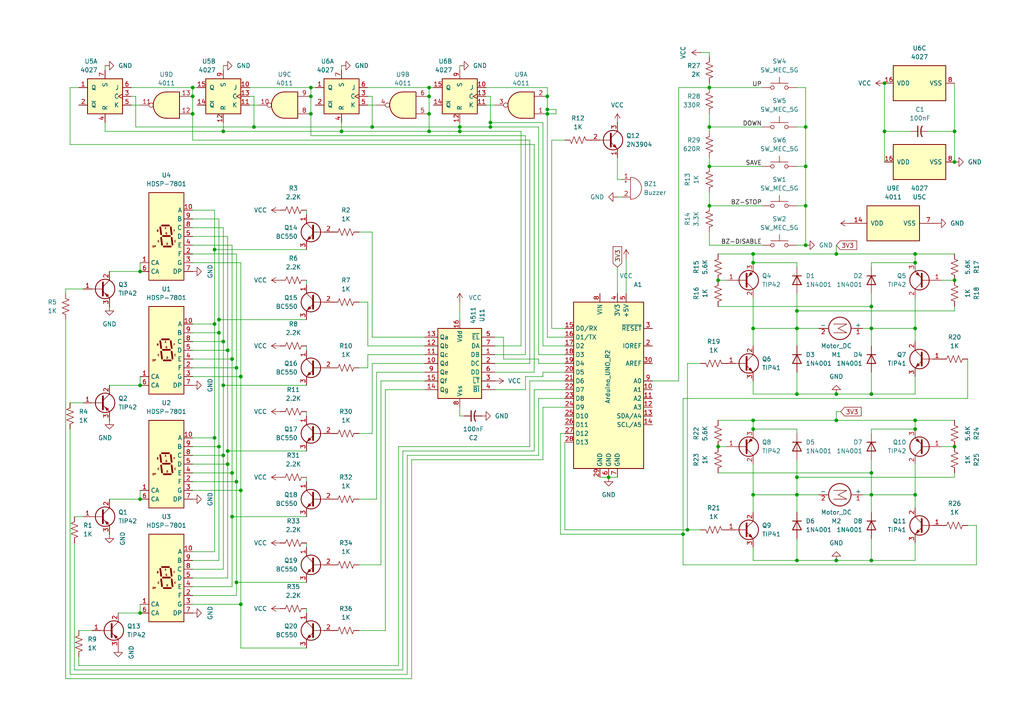
<source format=kicad_sch>
(kicad_sch (version 20250114) (generator "eeschema") (generator_version "9.0")
  (paper "A4")
  (title_block (title "Etching-Unit-0") (date "2025-12-22") (company "Geist R&D"))
  (junction (at 276.86 46.99))
  (junction (at 99.06 38.1))
  (junction (at 265.43 121.92))
  (junction (at 256.54 24.13))
  (junction (at 63.5 129.54))
  (junction (at 231.14 143.51))
  (junction (at 40.64 78.74))
  (junction (at 55.88 27.94))
  (junction (at 218.44 73.66))
  (junction (at 233.68 71.12))
  (junction (at 176.53 138.43))
  (junction (at 64.77 111.76))
  (junction (at 90.17 33.02))
  (junction (at 233.68 36.83))
  (junction (at 107.95 36.83))
  (junction (at 231.14 114.3))
  (junction (at 62.23 72.39))
  (junction (at 158.75 27.94))
  (junction (at 67.31 149.86))
  (junction (at 64.77 132.08))
  (junction (at 67.31 137.16))
  (junction (at 242.57 114.3))
  (junction (at 218.44 143.51))
  (junction (at 265.43 124.46))
  (junction (at 242.57 121.92))
  (junction (at 252.73 137.16))
  (junction (at 40.64 144.78))
  (junction (at 231.14 162.56))
  (junction (at 90.17 27.94))
  (junction (at 62.23 93.98))
  (junction (at 265.43 76.2))
  (junction (at 40.64 111.76))
  (junction (at 233.68 48.26))
  (junction (at 55.88 25.4))
  (junction (at 68.58 168.91))
  (junction (at 69.85 142.24))
  (junction (at 124.46 33.02))
  (junction (at 66.04 134.62))
  (junction (at 256.54 38.1))
  (junction (at 133.35 38.1))
  (junction (at 66.04 101.6))
  (junction (at 276.86 81.28))
  (junction (at 231.14 138.43))
  (junction (at 158.75 31.75))
  (junction (at 68.58 139.7))
  (junction (at 199.39 153.67))
  (junction (at 205.74 25.4))
  (junction (at 218.44 76.2))
  (junction (at 208.28 81.28))
  (junction (at 231.14 90.17))
  (junction (at 62.23 127))
  (junction (at 124.46 25.4))
  (junction (at 66.04 130.81))
  (junction (at 69.85 109.22))
  (junction (at 67.31 104.14))
  (junction (at 265.43 73.66))
  (junction (at 64.77 99.06))
  (junction (at 265.43 95.25))
  (junction (at 252.73 162.56))
  (junction (at 265.43 143.51))
  (junction (at 73.66 36.83))
  (junction (at 68.58 106.68))
  (junction (at 124.46 27.94))
  (junction (at 218.44 95.25))
  (junction (at 198.12 154.94))
  (junction (at 63.5 96.52))
  (junction (at 276.86 38.1))
  (junction (at 124.46 38.1))
  (junction (at 252.73 114.3))
  (junction (at 231.14 95.25))
  (junction (at 40.64 177.8))
  (junction (at 218.44 121.92))
  (junction (at 133.35 36.83))
  (junction (at 252.73 88.9))
  (junction (at 64.77 38.1))
  (junction (at 142.24 36.83))
  (junction (at 252.73 95.25))
  (junction (at 233.68 59.69))
  (junction (at 208.28 129.54))
  (junction (at 69.85 175.26))
  (junction (at 205.74 59.69))
  (junction (at 276.86 129.54))
  (junction (at 205.74 48.26))
  (junction (at 90.17 25.4))
  (junction (at 252.73 143.51))
  (junction (at 205.74 36.83))
  (junction (at 242.57 73.66))
  (junction (at 158.75 33.02))
  (junction (at 63.5 92.71))
  (junction (at 242.57 162.56))
  (junction (at 218.44 124.46))
  (junction (at 142.24 35.56))
  (junction (at 55.88 33.02))
  (wire (pts (xy 72.39 30.48) (xy 74.93 30.48)))
  (wire (pts (xy 231.14 138.43) (xy 231.14 143.51)))
  (wire (pts (xy 20.32 25.4) (xy 22.86 25.4)))
  (wire (pts (xy 140.97 27.94) (xy 142.24 27.94)))
  (wire (pts (xy 208.28 121.92) (xy 218.44 121.92)))
  (wire (pts (xy 233.68 59.69) (xy 233.68 71.12)))
  (wire (pts (xy 55.88 33.02) (xy 55.88 40.64)))
  (wire (pts (xy 133.35 35.56) (xy 133.35 36.83)))
  (wire (pts (xy 157.48 118.11) (xy 163.83 118.11)))
  (wire (pts (xy 142.24 27.94) (xy 142.24 35.56)))
  (wire (pts (xy 252.73 143.51) (xy 265.43 143.51)))
  (wire (pts (xy 133.35 36.83) (xy 107.95 36.83)))
  (wire (pts (xy 143.51 113.03) (xy 152.4 113.03)))
  (wire (pts (xy 265.43 114.3) (xy 265.43 109.22)))
  (wire (pts (xy 133.35 36.83) (xy 133.35 38.1)))
  (wire (pts (xy 256.54 24.13) (xy 256.54 38.1)))
  (wire (pts (xy 39.37 36.83) (xy 39.37 27.94)))
  (wire (pts (xy 22.86 193.04) (xy 115.57 193.04)))
  (wire (pts (xy 265.43 76.2) (xy 252.73 76.2)))
  (wire (pts (xy 265.43 143.51) (xy 265.43 147.32)))
  (wire (pts (xy 90.17 27.94) (xy 90.17 25.4)))
  (wire (pts (xy 62.23 160.02) (xy 55.88 160.02)))
  (wire (pts (xy 152.4 102.87) (xy 143.51 102.87)))
  (wire (pts (xy 231.14 77.47) (xy 231.14 76.2)))
  (wire (pts (xy 153.67 110.49) (xy 163.83 110.49)))
  (wire (pts (xy 104.14 144.78) (xy 109.22 144.78)))
  (wire (pts (xy 233.68 59.69) (xy 233.68 48.26)))
  (wire (pts (xy 63.5 129.54) (xy 63.5 162.56)))
  (wire (pts (xy 231.14 125.73) (xy 231.14 124.46)))
  (wire (pts (xy 31.75 111.76) (xy 40.64 111.76)))
  (wire (pts (xy 231.14 90.17) (xy 231.14 95.25)))
  (wire (pts (xy 68.58 106.68) (xy 68.58 139.7)))
  (wire (pts (xy 199.39 105.41) (xy 203.2 105.41)))
  (wire (pts (xy 176.53 138.43) (xy 179.07 138.43)))
  (wire (pts (xy 179.07 52.07) (xy 180.34 52.07)))
  (wire (pts (xy 106.68 106.68) (xy 106.68 102.87)))
  (wire (pts (xy 142.24 36.83) (xy 133.35 36.83)))
  (wire (pts (xy 265.43 121.92) (xy 276.86 121.92)))
  (wire (pts (xy 19.05 83.82) (xy 24.13 83.82)))
  (wire (pts (xy 158.75 25.4) (xy 158.75 27.94)))
  (wire (pts (xy 156.21 132.08) (xy 118.11 132.08)))
  (wire (pts (xy 252.73 95.25) (xy 265.43 95.25)))
  (wire (pts (xy 107.95 36.83) (xy 73.66 36.83)))
  (wire (pts (xy 66.04 101.6) (xy 66.04 130.81)))
  (wire (pts (xy 63.5 92.71) (xy 88.9 92.71)))
  (wire (pts (xy 276.86 38.1) (xy 276.86 46.99)))
  (wire (pts (xy 88.9 81.28) (xy 88.9 82.55)))
  (wire (pts (xy 21.59 194.31) (xy 116.84 194.31)))
  (wire (pts (xy 231.14 95.25) (xy 237.49 95.25)))
  (wire (pts (xy 231.14 76.2) (xy 218.44 76.2)))
  (wire (pts (xy 153.67 40.64) (xy 153.67 105.41)))
  (wire (pts (xy 64.77 99.06) (xy 64.77 111.76)))
  (wire (pts (xy 205.74 36.83) (xy 220.98 36.83)))
  (wire (pts (xy 156.21 132.08) (xy 156.21 115.57)))
  (wire (pts (xy 109.22 144.78) (xy 109.22 107.95)))
  (wire (pts (xy 265.43 86.36) (xy 265.43 95.25)))
  (wire (pts (xy 99.06 20.32) (xy 99.06 19.05)))
  (wire (pts (xy 69.85 142.24) (xy 55.88 142.24)))
  (wire (pts (xy 64.77 111.76) (xy 64.77 132.08)))
  (wire (pts (xy 156.21 104.14) (xy 156.21 105.41)))
  (wire (pts (xy 250.19 95.25) (xy 252.73 95.25)))
  (wire (pts (xy 107.95 105.41) (xy 123.19 105.41)))
  (wire (pts (xy 66.04 134.62) (xy 55.88 134.62)))
  (wire (pts (xy 205.74 55.88) (xy 205.74 59.69)))
  (wire (pts (xy 106.68 87.63) (xy 106.68 100.33)))
  (wire (pts (xy 205.74 45.72) (xy 205.74 48.26)))
  (wire (pts (xy 231.14 90.17) (xy 276.86 90.17)))
  (wire (pts (xy 151.13 100.33) (xy 151.13 38.1)))
  (wire (pts (xy 88.9 100.33) (xy 88.9 101.6)))
  (wire (pts (xy 62.23 93.98) (xy 62.23 127)))
  (wire (pts (xy 231.14 143.51) (xy 237.49 143.51)))
  (wire (pts (xy 69.85 175.26) (xy 69.85 187.96)))
  (wire (pts (xy 72.39 27.94) (xy 73.66 27.94)))
  (wire (pts (xy 231.14 95.25) (xy 231.14 100.33)))
  (wire (pts (xy 143.51 97.79) (xy 146.05 97.79)))
  (wire (pts (xy 69.85 109.22) (xy 69.85 142.24)))
  (wire (pts (xy 116.84 194.31) (xy 116.84 130.81)))
  (wire (pts (xy 40.64 142.24) (xy 40.64 144.78)))
  (wire (pts (xy 173.99 138.43) (xy 176.53 138.43)))
  (wire (pts (xy 69.85 142.24) (xy 69.85 175.26)))
  (wire (pts (xy 205.74 25.4) (xy 205.74 24.13)))
  (wire (pts (xy 252.73 156.21) (xy 252.73 162.56)))
  (wire (pts (xy 142.24 35.56) (xy 142.24 36.83)))
  (wire (pts (xy 40.64 109.22) (xy 40.64 111.76)))
  (wire (pts (xy 154.94 130.81) (xy 116.84 130.81)))
  (wire (pts (xy 62.23 60.96) (xy 62.23 72.39)))
  (wire (pts (xy 67.31 104.14) (xy 55.88 104.14)))
  (wire (pts (xy 218.44 143.51) (xy 231.14 143.51)))
  (wire (pts (xy 218.44 86.36) (xy 218.44 95.25)))
  (wire (pts (xy 242.57 162.56) (xy 252.73 162.56)))
  (wire (pts (xy 124.46 38.1) (xy 133.35 38.1)))
  (wire (pts (xy 30.48 38.1) (xy 30.48 35.56)))
  (wire (pts (xy 110.49 163.83) (xy 110.49 110.49)))
  (wire (pts (xy 67.31 137.16) (xy 55.88 137.16)))
  (wire (pts (xy 133.35 20.32) (xy 133.35 19.05)))
  (wire (pts (xy 218.44 121.92) (xy 218.44 124.46)))
  (wire (pts (xy 68.58 172.72) (xy 55.88 172.72)))
  (wire (pts (xy 205.74 25.4) (xy 220.98 25.4)))
  (wire (pts (xy 179.07 45.72) (xy 179.07 52.07)))
  (wire (pts (xy 250.19 143.51) (xy 252.73 143.51)))
  (wire (pts (xy 198.12 163.83) (xy 198.12 154.94)))
  (wire (pts (xy 133.35 87.63) (xy 133.35 92.71)))
  (wire (pts (xy 208.28 129.54) (xy 210.82 129.54)))
  (wire (pts (xy 153.67 129.54) (xy 115.57 129.54)))
  (wire (pts (xy 69.85 76.2) (xy 55.88 76.2)))
  (wire (pts (xy 252.73 95.25) (xy 252.73 100.33)))
  (wire (pts (xy 104.14 87.63) (xy 106.68 87.63)))
  (wire (pts (xy 265.43 124.46) (xy 252.73 124.46)))
  (wire (pts (xy 156.21 102.87) (xy 163.83 102.87)))
  (wire (pts (xy 140.97 25.4) (xy 158.75 25.4)))
  (wire (pts (xy 62.23 127) (xy 62.23 160.02)))
  (wire (pts (xy 67.31 104.14) (xy 67.31 137.16)))
  (wire (pts (xy 90.17 33.02) (xy 90.17 39.37)))
  (wire (pts (xy 73.66 27.94) (xy 73.66 36.83)))
  (wire (pts (xy 252.73 85.09) (xy 252.73 88.9)))
  (wire (pts (xy 107.95 125.73) (xy 107.95 105.41)))
  (wire (pts (xy 107.95 67.31) (xy 107.95 97.79)))
  (wire (pts (xy 68.58 168.91) (xy 88.9 168.91)))
  (wire (pts (xy 231.14 156.21) (xy 231.14 162.56)))
  (wire (pts (xy 208.28 88.9) (xy 252.73 88.9)))
  (wire (pts (xy 154.94 130.81) (xy 154.94 113.03)))
  (wire (pts (xy 40.64 76.2) (xy 40.64 78.74)))
  (wire (pts (xy 99.06 35.56) (xy 99.06 38.1)))
  (wire (pts (xy 67.31 170.18) (xy 55.88 170.18)))
  (wire (pts (xy 280.67 104.14) (xy 280.67 115.57)))
  (wire (pts (xy 88.9 60.96) (xy 88.9 62.23)))
  (wire (pts (xy 276.86 38.1) (xy 276.86 24.13)))
  (wire (pts (xy 124.46 33.02) (xy 124.46 38.1)))
  (wire (pts (xy 160.02 95.25) (xy 160.02 40.64)))
  (wire (pts (xy 199.39 153.67) (xy 203.2 153.67)))
  (wire (pts (xy 256.54 38.1) (xy 264.16 38.1)))
  (wire (pts (xy 154.94 107.95) (xy 143.51 107.95)))
  (wire (pts (xy 109.22 107.95) (xy 123.19 107.95)))
  (wire (pts (xy 273.05 129.54) (xy 276.86 129.54)))
  (wire (pts (xy 252.73 107.95) (xy 252.73 114.3)))
  (wire (pts (xy 205.74 67.31) (xy 205.74 71.12)))
  (wire (pts (xy 104.14 182.88) (xy 111.76 182.88)))
  (wire (pts (xy 163.83 95.25) (xy 160.02 95.25)))
  (wire (pts (xy 151.13 38.1) (xy 133.35 38.1)))
  (wire (pts (xy 252.73 143.51) (xy 252.73 148.59)))
  (wire (pts (xy 203.2 15.24) (xy 205.74 15.24)))
  (wire (pts (xy 88.9 187.96) (xy 69.85 187.96)))
  (wire (pts (xy 63.5 96.52) (xy 55.88 96.52)))
  (wire (pts (xy 55.88 25.4) (xy 57.15 25.4)))
  (wire (pts (xy 163.83 153.67) (xy 163.83 128.27)))
  (wire (pts (xy 30.48 20.32) (xy 30.48 19.05)))
  (wire (pts (xy 124.46 27.94) (xy 124.46 33.02)))
  (wire (pts (xy 218.44 73.66) (xy 242.57 73.66)))
  (wire (pts (xy 189.23 110.49) (xy 196.85 110.49)))
  (wire (pts (xy 99.06 38.1) (xy 124.46 38.1)))
  (wire (pts (xy 276.86 88.9) (xy 276.86 90.17)))
  (wire (pts (xy 231.14 48.26) (xy 233.68 48.26)))
  (wire (pts (xy 62.23 127) (xy 55.88 127)))
  (wire (pts (xy 55.88 27.94) (xy 55.88 33.02)))
  (wire (pts (xy 218.44 95.25) (xy 218.44 100.33)))
  (wire (pts (xy 256.54 38.1) (xy 256.54 46.99)))
  (wire (pts (xy 106.68 106.68) (xy 104.14 106.68)))
  (wire (pts (xy 157.48 100.33) (xy 163.83 100.33)))
  (wire (pts (xy 276.86 137.16) (xy 276.86 138.43)))
  (wire (pts (xy 242.57 119.38) (xy 242.57 121.92)))
  (wire (pts (xy 106.68 30.48) (xy 109.22 30.48)))
  (wire (pts (xy 115.57 129.54) (xy 115.57 193.04)))
  (wire (pts (xy 88.9 176.53) (xy 88.9 177.8)))
  (wire (pts (xy 205.74 48.26) (xy 220.98 48.26)))
  (wire (pts (xy 218.44 158.75) (xy 218.44 162.56)))
  (wire (pts (xy 68.58 139.7) (xy 55.88 139.7)))
  (wire (pts (xy 64.77 165.1) (xy 55.88 165.1)))
  (wire (pts (xy 242.57 119.38) (xy 243.84 119.38)))
  (wire (pts (xy 152.4 39.37) (xy 90.17 39.37)))
  (wire (pts (xy 161.29 33.02) (xy 158.75 33.02)))
  (wire (pts (xy 62.23 60.96) (xy 55.88 60.96)))
  (wire (pts (xy 196.85 110.49) (xy 196.85 25.4)))
  (wire (pts (xy 218.44 143.51) (xy 218.44 148.59)))
  (wire (pts (xy 218.44 114.3) (xy 231.14 114.3)))
  (wire (pts (xy 231.14 36.83) (xy 233.68 36.83)))
  (wire (pts (xy 34.29 177.8) (xy 40.64 177.8)))
  (wire (pts (xy 218.44 110.49) (xy 218.44 114.3)))
  (wire (pts (xy 156.21 115.57) (xy 163.83 115.57)))
  (wire (pts (xy 142.24 36.83) (xy 156.21 36.83)))
  (wire (pts (xy 265.43 95.25) (xy 265.43 99.06)))
  (wire (pts (xy 242.57 73.66) (xy 265.43 73.66)))
  (wire (pts (xy 64.77 66.04) (xy 55.88 66.04)))
  (wire (pts (xy 124.46 25.4) (xy 125.73 25.4)))
  (wire (pts (xy 63.5 63.5) (xy 55.88 63.5)))
  (wire (pts (xy 154.94 41.91) (xy 20.32 41.91)))
  (wire (pts (xy 63.5 162.56) (xy 55.88 162.56)))
  (wire (pts (xy 162.56 154.94) (xy 198.12 154.94)))
  (wire (pts (xy 252.73 133.35) (xy 252.73 137.16)))
  (wire (pts (xy 218.44 134.62) (xy 218.44 143.51)))
  (wire (pts (xy 163.83 125.73) (xy 162.56 125.73)))
  (wire (pts (xy 153.67 129.54) (xy 153.67 110.49)))
  (wire (pts (xy 90.17 25.4) (xy 91.44 25.4)))
  (wire (pts (xy 106.68 102.87) (xy 123.19 102.87)))
  (wire (pts (xy 64.77 99.06) (xy 55.88 99.06)))
  (wire (pts (xy 158.75 97.79) (xy 163.83 97.79)))
  (wire (pts (xy 231.14 71.12) (xy 233.68 71.12)))
  (wire (pts (xy 30.48 38.1) (xy 64.77 38.1)))
  (wire (pts (xy 62.23 72.39) (xy 62.23 93.98)))
  (wire (pts (xy 119.38 133.35) (xy 157.48 133.35)))
  (wire (pts (xy 66.04 167.64) (xy 55.88 167.64)))
  (wire (pts (xy 269.24 38.1) (xy 276.86 38.1)))
  (wire (pts (xy 69.85 175.26) (xy 55.88 175.26)))
  (wire (pts (xy 218.44 162.56) (xy 231.14 162.56)))
  (wire (pts (xy 63.5 63.5) (xy 63.5 92.71)))
  (wire (pts (xy 283.21 152.4) (xy 283.21 163.83)))
  (wire (pts (xy 68.58 106.68) (xy 55.88 106.68)))
  (wire (pts (xy 124.46 25.4) (xy 124.46 27.94)))
  (wire (pts (xy 110.49 110.49) (xy 123.19 110.49)))
  (wire (pts (xy 67.31 71.12) (xy 67.31 104.14)))
  (wire (pts (xy 252.73 162.56) (xy 265.43 162.56)))
  (wire (pts (xy 67.31 137.16) (xy 67.31 149.86)))
  (wire (pts (xy 64.77 132.08) (xy 55.88 132.08)))
  (wire (pts (xy 20.32 195.58) (xy 118.11 195.58)))
  (wire (pts (xy 90.17 27.94) (xy 90.17 33.02)))
  (wire (pts (xy 106.68 100.33) (xy 123.19 100.33)))
  (wire (pts (xy 157.48 109.22) (xy 157.48 107.95)))
  (wire (pts (xy 19.05 196.85) (xy 119.38 196.85)))
  (wire (pts (xy 146.05 104.14) (xy 156.21 104.14)))
  (wire (pts (xy 20.32 116.84) (xy 24.13 116.84)))
  (wire (pts (xy 88.9 157.48) (xy 88.9 158.75)))
  (wire (pts (xy 158.75 33.02) (xy 158.75 97.79)))
  (wire (pts (xy 265.43 73.66) (xy 265.43 76.2)))
  (wire (pts (xy 66.04 134.62) (xy 66.04 167.64)))
  (wire (pts (xy 154.94 41.91) (xy 154.94 107.95)))
  (wire (pts (xy 205.74 59.69) (xy 220.98 59.69)))
  (wire (pts (xy 198.12 154.94) (xy 198.12 115.57)))
  (wire (pts (xy 67.31 71.12) (xy 55.88 71.12)))
  (wire (pts (xy 63.5 92.71) (xy 63.5 96.52)))
  (wire (pts (xy 218.44 73.66) (xy 218.44 76.2)))
  (wire (pts (xy 153.67 40.64) (xy 55.88 40.64)))
  (wire (pts (xy 231.14 107.95) (xy 231.14 114.3)))
  (wire (pts (xy 181.61 85.09) (xy 181.61 74.93)))
  (wire (pts (xy 273.05 81.28) (xy 276.86 81.28)))
  (wire (pts (xy 199.39 105.41) (xy 199.39 153.67)))
  (wire (pts (xy 205.74 71.12) (xy 220.98 71.12)))
  (wire (pts (xy 231.14 162.56) (xy 242.57 162.56)))
  (wire (pts (xy 68.58 139.7) (xy 68.58 168.91)))
  (wire (pts (xy 106.68 25.4) (xy 124.46 25.4)))
  (wire (pts (xy 21.59 149.86) (xy 24.13 149.86)))
  (wire (pts (xy 158.75 31.75) (xy 158.75 33.02)))
  (wire (pts (xy 107.95 27.94) (xy 107.95 36.83)))
  (wire (pts (xy 62.23 93.98) (xy 55.88 93.98)))
  (wire (pts (xy 134.62 120.65) (xy 133.35 120.65)))
  (wire (pts (xy 72.39 25.4) (xy 90.17 25.4)))
  (wire (pts (xy 64.77 132.08) (xy 64.77 165.1)))
  (wire (pts (xy 19.05 196.85) (xy 19.05 92.71)))
  (wire (pts (xy 55.88 27.94) (xy 55.88 25.4)))
  (wire (pts (xy 40.64 175.26) (xy 40.64 177.8)))
  (wire (pts (xy 265.43 121.92) (xy 265.43 124.46)))
  (wire (pts (xy 158.75 31.75) (xy 161.29 31.75)))
  (wire (pts (xy 233.68 36.83) (xy 233.68 48.26)))
  (wire (pts (xy 118.11 195.58) (xy 118.11 132.08)))
  (wire (pts (xy 69.85 109.22) (xy 55.88 109.22)))
  (wire (pts (xy 104.14 163.83) (xy 110.49 163.83)))
  (wire (pts (xy 31.75 144.78) (xy 40.64 144.78)))
  (wire (pts (xy 20.32 41.91) (xy 20.32 25.4)))
  (wire (pts (xy 231.14 143.51) (xy 231.14 148.59)))
  (wire (pts (xy 107.95 97.79) (xy 123.19 97.79)))
  (wire (pts (xy 19.05 85.09) (xy 19.05 83.82)))
  (wire (pts (xy 231.14 114.3) (xy 242.57 114.3)))
  (wire (pts (xy 39.37 27.94) (xy 38.1 27.94)))
  (wire (pts (xy 63.5 96.52) (xy 63.5 129.54)))
  (wire (pts (xy 64.77 66.04) (xy 64.77 99.06)))
  (wire (pts (xy 242.57 71.12) (xy 242.57 73.66)))
  (wire (pts (xy 231.14 59.69) (xy 233.68 59.69)))
  (wire (pts (xy 68.58 73.66) (xy 55.88 73.66)))
  (wire (pts (xy 231.14 25.4) (xy 233.68 25.4)))
  (wire (pts (xy 152.4 39.37) (xy 152.4 102.87)))
  (wire (pts (xy 205.74 33.02) (xy 205.74 36.83)))
  (wire (pts (xy 67.31 149.86) (xy 67.31 170.18)))
  (wire (pts (xy 208.28 81.28) (xy 210.82 81.28)))
  (wire (pts (xy 157.48 35.56) (xy 157.48 100.33)))
  (wire (pts (xy 104.14 67.31) (xy 107.95 67.31)))
  (wire (pts (xy 218.44 121.92) (xy 242.57 121.92)))
  (wire (pts (xy 265.43 162.56) (xy 265.43 157.48)))
  (wire (pts (xy 231.14 124.46) (xy 218.44 124.46)))
  (wire (pts (xy 20.32 124.46) (xy 20.32 195.58)))
  (wire (pts (xy 64.77 35.56) (xy 64.77 38.1)))
  (wire (pts (xy 64.77 38.1) (xy 99.06 38.1)))
  (wire (pts (xy 62.23 72.39) (xy 88.9 72.39)))
  (wire (pts (xy 231.14 133.35) (xy 231.14 138.43)))
  (wire (pts (xy 252.73 137.16) (xy 252.73 143.51)))
  (wire (pts (xy 38.1 25.4) (xy 55.88 25.4)))
  (wire (pts (xy 68.58 168.91) (xy 68.58 172.72)))
  (wire (pts (xy 218.44 95.25) (xy 231.14 95.25)))
  (wire (pts (xy 22.86 182.88) (xy 26.67 182.88)))
  (wire (pts (xy 242.57 121.92) (xy 265.43 121.92)))
  (wire (pts (xy 252.73 124.46) (xy 252.73 125.73)))
  (wire (pts (xy 199.39 153.67) (xy 163.83 153.67)))
  (wire (pts (xy 157.48 107.95) (xy 163.83 107.95)))
  (wire (pts (xy 64.77 111.76) (xy 88.9 111.76)))
  (wire (pts (xy 156.21 105.41) (xy 163.83 105.41)))
  (wire (pts (xy 205.74 15.24) (xy 205.74 16.51)))
  (wire (pts (xy 111.76 182.88) (xy 111.76 113.03)))
  (wire (pts (xy 69.85 76.2) (xy 69.85 109.22)))
  (wire (pts (xy 67.31 149.86) (xy 88.9 149.86)))
  (wire (pts (xy 104.14 125.73) (xy 107.95 125.73)))
  (wire (pts (xy 66.04 68.58) (xy 55.88 68.58)))
  (wire (pts (xy 88.9 138.43) (xy 88.9 139.7)))
  (wire (pts (xy 64.77 20.32) (xy 64.77 19.05)))
  (wire (pts (xy 106.68 27.94) (xy 107.95 27.94)))
  (wire (pts (xy 157.48 35.56) (xy 142.24 35.56)))
  (wire (pts (xy 152.4 113.03) (xy 152.4 109.22)))
  (wire (pts (xy 233.68 25.4) (xy 233.68 36.83)))
  (wire (pts (xy 265.43 134.62) (xy 265.43 143.51)))
  (wire (pts (xy 208.28 73.66) (xy 218.44 73.66)))
  (wire (pts (xy 22.86 190.5) (xy 22.86 193.04)))
  (wire (pts (xy 154.94 113.03) (xy 163.83 113.03)))
  (wire (pts (xy 140.97 30.48) (xy 143.51 30.48)))
  (wire (pts (xy 252.73 114.3) (xy 265.43 114.3)))
  (wire (pts (xy 160.02 40.64) (xy 163.83 40.64)))
  (wire (pts (xy 66.04 130.81) (xy 66.04 134.62)))
  (wire (pts (xy 66.04 130.81) (xy 88.9 130.81)))
  (wire (pts (xy 205.74 38.1) (xy 205.74 36.83)))
  (wire (pts (xy 198.12 115.57) (xy 280.67 115.57)))
  (wire (pts (xy 66.04 68.58) (xy 66.04 101.6)))
  (wire (pts (xy 179.07 57.15) (xy 180.34 57.15)))
  (wire (pts (xy 179.07 77.47) (xy 179.07 85.09)))
  (wire (pts (xy 73.66 36.83) (xy 39.37 36.83)))
  (wire (pts (xy 68.58 73.66) (xy 68.58 106.68)))
  (wire (pts (xy 158.75 27.94) (xy 158.75 31.75)))
  (wire (pts (xy 231.14 138.43) (xy 276.86 138.43)))
  (wire (pts (xy 157.48 133.35) (xy 157.48 118.11)))
  (wire (pts (xy 280.67 152.4) (xy 283.21 152.4)))
  (wire (pts (xy 38.1 30.48) (xy 40.64 30.48)))
  (wire (pts (xy 21.59 157.48) (xy 21.59 194.31)))
  (wire (pts (xy 252.73 76.2) (xy 252.73 77.47)))
  (wire (pts (xy 161.29 31.75) (xy 161.29 33.02)))
  (wire (pts (xy 151.13 100.33) (xy 143.51 100.33)))
  (wire (pts (xy 63.5 129.54) (xy 55.88 129.54)))
  (wire (pts (xy 133.35 120.65) (xy 133.35 118.11)))
  (wire (pts (xy 111.76 113.03) (xy 123.19 113.03)))
  (wire (pts (xy 283.21 163.83) (xy 198.12 163.83)))
  (wire (pts (xy 265.43 73.66) (xy 276.86 73.66)))
  (wire (pts (xy 208.28 137.16) (xy 252.73 137.16)))
  (wire (pts (xy 146.05 97.79) (xy 146.05 104.14)))
  (wire (pts (xy 231.14 85.09) (xy 231.14 90.17)))
  (wire (pts (xy 119.38 196.85) (xy 119.38 133.35)))
  (wire (pts (xy 66.04 101.6) (xy 55.88 101.6)))
  (wire (pts (xy 252.73 88.9) (xy 252.73 95.25)))
  (wire (pts (xy 196.85 25.4) (xy 205.74 25.4)))
  (wire (pts (xy 152.4 109.22) (xy 157.48 109.22)))
  (wire (pts (xy 88.9 119.38) (xy 88.9 120.65)))
  (wire (pts (xy 156.21 36.83) (xy 156.21 102.87)))
  (wire (pts (xy 153.67 105.41) (xy 143.51 105.41)))
  (wire (pts (xy 162.56 125.73) (xy 162.56 154.94)))
  (wire (pts (xy 242.57 114.3) (xy 252.73 114.3)))
  (wire (pts (xy 31.75 78.74) (xy 40.64 78.74)))
  (label "DOWN" (at 220.98 36.83 180))
  (label "UP" (at 220.98 25.4 180))
  (label "SAVE" (at 220.98 48.26 180))
  (label "BZ-DISABLE" (at 220.98 71.12 180))
  (label "BZ-STOP" (at 220.98 59.69 180))
  (global_label "3V3" (shape input) (at 243.84 119.38 0) (property "Intersheetrefs" "${INTERSHEET_REFS}" (effects (hide yes))))
  (global_label "3V3" (shape input) (at 242.57 71.12 0) (property "Intersheetrefs" "${INTERSHEET_REFS}" (effects (hide yes))))
  (global_label "3V3" (shape input) (at 179.07 77.47 90) (property "Intersheetrefs" "${INTERSHEET_REFS}" (effects (hide yes))))
  (symbol (lib_id "Transistor_BJT:TIP41") (at 267.97 104.14 0) (mirror y) (unit 1)
    (property "Reference" "Q7" (at 262.89 102.8699 0) (effects (justify left)))
    (property "Value" "TIP41" (at 262.89 105.4099 0) (effects (justify left)))
    (property "Footprint" "Package_TO_SOT_THT:TO-220-3_Vertical" (effects (hide yes)))
    (property "Datasheet" "https://www.centralsemi.com/get_document.php?cmp=1&mergetype=pd&mergepath=pd&pdf_id=tip41.PDF" (effects (hide yes)))
    (property "Description" "6A Ic, 40V Vce, Power NPN Transistor, TO-220" (effects (hide yes)))
  )
  (symbol (lib_id "power:VCC") (at 256.54 24.13 90) (unit 1)
    (property "Reference" "#PWR013" (effects (hide yes)))
    (property "Value" "VCC" (at 252.73 24.1299 90) (effects (justify left)))
    (property "Description" "Power symbol creates a global label with name \"VCC\"" (effects (hide yes)))
  )
  (symbol (lib_id "Diode:1N4001") (at 231.14 129.54 270) (unit 1)
    (property "Reference" "D5" (at 233.68 128.2699 90) (effects (justify left)))
    (property "Value" "1N4001" (at 233.68 130.8099 90) (effects (justify left)))
    (property "Footprint" "Diode_THT:D_DO-41_SOD81_P10.16mm_Horizontal" (effects (hide yes)))
    (property "Datasheet" "http://www.vishay.com/docs/88503/1n4001.pdf" (effects (hide yes)))
    (property "Description" "50V 1A General Purpose Rectifier Diode, DO-41" (effects (hide yes)))
    (property "Sim.Device" "D" (effects (hide yes)))
    (property "Sim.Pins" "1=K 2=A" (effects (hide yes)))
  )
  (symbol (lib_id "Diode:1N4001") (at 231.14 152.4 270) (unit 1)
    (property "Reference" "D6" (at 233.68 151.1299 90) (effects (justify left)))
    (property "Value" "1N4001" (at 233.68 153.6699 90) (effects (justify left)))
    (property "Footprint" "Diode_THT:D_DO-41_SOD81_P10.16mm_Horizontal" (effects (hide yes)))
    (property "Datasheet" "http://www.vishay.com/docs/88503/1n4001.pdf" (effects (hide yes)))
    (property "Description" "50V 1A General Purpose Rectifier Diode, DO-41" (effects (hide yes)))
    (property "Sim.Device" "D" (effects (hide yes)))
    (property "Sim.Pins" "1=K 2=A" (effects (hide yes)))
  )
  (symbol (lib_id "Device:R_US") (at 276.86 152.4 90) (unit 1)
    (property "Reference" "R26" (at 276.86 146.05 90))
    (property "Value" "1K" (at 276.86 148.59 90))
    (property "Footprint" "Resistor_THT:R_Axial_DIN0204_L3.6mm_D1.6mm_P7.62mm_Horizontal" (effects (hide yes)))
    (property "Description" "Resistor, US symbol" (effects (hide yes)))
  )
  (symbol (lib_id "Device:R_US") (at 276.86 85.09 0) (unit 1)
    (property "Reference" "R18" (at 283.21 85.09 90))
    (property "Value" "1K" (at 280.67 85.09 90))
    (property "Footprint" "Resistor_THT:R_Axial_DIN0204_L3.6mm_D1.6mm_P7.62mm_Horizontal" (effects (hide yes)))
    (property "Description" "Resistor, US symbol" (effects (hide yes)))
  )
  (symbol (lib_id "Transistor_BJT:TIP41") (at 215.9 153.67 0) (unit 1)
    (property "Reference" "Q9" (at 220.98 152.3999 0) (effects (justify left)))
    (property "Value" "TIP41" (at 220.98 154.9399 0) (effects (justify left)))
    (property "Footprint" "Package_TO_SOT_THT:TO-220-3_Vertical" (effects (hide yes)))
    (property "Datasheet" "https://www.centralsemi.com/get_document.php?cmp=1&mergetype=pd&mergepath=pd&pdf_id=tip41.PDF" (effects (hide yes)))
    (property "Description" "6A Ic, 40V Vce, Power NPN Transistor, TO-220" (effects (hide yes)))
  )
  (symbol (lib_id "power:VCC") (at 143.51 110.49 270) (mirror x) (unit 1)
    (property "Reference" "#PWR034" (effects (hide yes)))
    (property "Value" "VCC" (at 147.32 110.4899 90) (effects (justify left)))
    (property "Description" "Power symbol creates a global label with name \"VCC\"" (effects (hide yes)))
  )
  (symbol (lib_id "Device:R_US") (at 276.86 133.35 0) (unit 1)
    (property "Reference" "R25" (at 283.21 133.35 90))
    (property "Value" "1K" (at 280.67 133.35 90))
    (property "Footprint" "Resistor_THT:R_Axial_DIN0204_L3.6mm_D1.6mm_P7.62mm_Horizontal" (effects (hide yes)))
    (property "Description" "Resistor, US symbol" (effects (hide yes)))
  )
  (symbol (lib_id "Device:R_US") (at 208.28 77.47 0) (mirror y) (unit 1)
    (property "Reference" "R15" (at 201.93 77.47 90))
    (property "Value" "5.6K" (at 204.47 77.47 90))
    (property "Footprint" "Resistor_THT:R_Axial_DIN0204_L3.6mm_D1.6mm_P7.62mm_Horizontal" (effects (hide yes)))
    (property "Description" "Resistor, US symbol" (effects (hide yes)))
  )
  (symbol (lib_id "Transistor_BJT:TIP42") (at 267.97 129.54 180) (unit 1)
    (property "Reference" "Q10" (at 262.89 128.2699 0) (effects (justify left)))
    (property "Value" "TIP42" (at 262.89 130.8099 0) (effects (justify left)))
    (property "Footprint" "Package_TO_SOT_THT:TO-220-3_Vertical" (effects (hide yes)))
    (property "Datasheet" "https://www.centralsemi.com/get_document.php?cmp=1&mergetype=pd&mergepath=pd&pdf_id=TIP42.PDF" (effects (hide yes)))
    (property "Description" "-6A Ic, -40V Vce, Power PNP Transistor, TO-220" (effects (hide yes)))
  )
  (symbol (lib_id "power:GND") (at 55.88 177.8 90) (mirror x) (unit 1)
    (property "Reference" "#PWR017" (effects (hide yes)))
    (property "Value" "GND" (at 60.96 177.8 0))
    (property "Description" "Power symbol creates a global label with name \"GND\" , ground" (effects (hide yes)))
  )
  (symbol (lib_id "power:GND") (at 64.77 19.05 90) (unit 1)
    (property "Reference" "#PWR025" (effects (hide yes)))
    (property "Value" "GND" (at 68.58 19.0499 90) (effects (justify right)))
    (property "Description" "Power symbol creates a global label with name \"GND\" , ground" (effects (hide yes)))
  )
  (symbol (lib_id "power:VCC") (at 133.35 87.63 0) (mirror y) (unit 1)
    (property "Reference" "#PWR022" (effects (hide yes)))
    (property "Value" "VCC" (at 135.89 86.3599 0) (effects (justify right)))
    (property "Description" "Power symbol creates a global label with name \"VCC\"" (effects (hide yes)))
  )
  (symbol (lib_id "4xxx:4027") (at 266.7 46.99 90) (mirror x) (unit 3)
    (property "Reference" "U5" (at 266.7 57.15 90))
    (property "Value" "4027" (at 266.7 54.61 90))
    (property "Footprint" "Package_DIP:DIP-16_W7.62mm" (effects (hide yes)))
    (property "Datasheet" "http://www.intersil.com/content/dam/Intersil/documents/cd40/cd4027bms.pdf" (effects (hide yes)))
    (property "Description" "Dual JK FlipFlop, set & reset" (effects (hide yes)))
  )
  (symbol (lib_id "power:VCC") (at 81.28 60.96 90) (unit 1)
    (property "Reference" "#PWR032" (effects (hide yes)))
    (property "Value" "VCC" (at 77.47 60.9599 90) (effects (justify left)))
    (property "Description" "Power symbol creates a global label with name \"VCC\"" (effects (hide yes)))
  )
  (symbol (lib_id "Device:R_US") (at 21.59 153.67 0) (mirror y) (unit 1)
    (property "Reference" "R1" (at 24.13 152.3999 0) (effects (justify right)))
    (property "Value" "1K" (at 24.13 154.9399 0) (effects (justify right)))
    (property "Footprint" "Resistor_THT:R_Axial_DIN0204_L3.6mm_D1.6mm_P7.62mm_Horizontal" (effects (hide yes)))
    (property "Description" "Resistor, US symbol" (effects (hide yes)))
  )
  (symbol (lib_id "power:GND") (at 233.68 71.12 90) (unit 1)
    (property "Reference" "#PWR05" (effects (hide yes)))
    (property "Value" "GND" (at 237.49 71.1199 90) (effects (justify right)))
    (property "Description" "Power symbol creates a global label with name \"GND\" , ground" (effects (hide yes)))
  )
  (symbol (lib_id "Device:R_US") (at 20.32 120.65 0) (mirror y) (unit 1)
    (property "Reference" "R4" (at 22.86 119.3799 0) (effects (justify right)))
    (property "Value" "1K" (at 22.86 121.9199 0) (effects (justify right)))
    (property "Footprint" "Resistor_THT:R_Axial_DIN0204_L3.6mm_D1.6mm_P7.62mm_Horizontal" (effects (hide yes)))
    (property "Description" "Resistor, US symbol" (effects (hide yes)))
  )
  (symbol (lib_id "Switch:SW_MEC_5G") (at 226.06 25.4 0) (unit 1)
    (property "Reference" "SW4" (at 226.06 17.78 0))
    (property "Value" "SW_MEC_5G" (at 226.06 20.32 0))
    (property "Footprint" "Button_Switch_SMD:SW_MEC_5GSH9" (effects (hide yes)))
    (property "Datasheet" "http://www.apem.com/int/index.php?controller=attachment&id_attachment=488" (effects (hide yes)))
    (property "Description" "MEC 5G single pole normally-open tactile switch" (effects (hide yes)))
  )
  (symbol (lib_id "Switch:SW_MEC_5G") (at 226.06 71.12 0) (unit 1)
    (property "Reference" "SW2" (at 226.06 63.5 0))
    (property "Value" "SW_MEC_5G" (at 226.06 66.04 0))
    (property "Footprint" "Button_Switch_SMD:SW_MEC_5GSH9" (effects (hide yes)))
    (property "Datasheet" "http://www.apem.com/int/index.php?controller=attachment&id_attachment=488" (effects (hide yes)))
    (property "Description" "MEC 5G single pole normally-open tactile switch" (effects (hide yes)))
  )
  (symbol (lib_id "Device:R_US") (at 85.09 81.28 90) (unit 1)
    (property "Reference" "R6" (at 85.09 74.93 90))
    (property "Value" "2.2K" (at 85.09 77.47 90))
    (property "Footprint" "Resistor_THT:R_Axial_DIN0204_L3.6mm_D1.6mm_P7.62mm_Horizontal" (effects (hide yes)))
    (property "Description" "Resistor, US symbol" (effects (hide yes)))
  )
  (symbol (lib_id "4xxx:4011") (at 48.26 30.48 180) (unit 4)
    (property "Reference" "U9" (at 48.2683 21.59 0))
    (property "Value" "4011" (at 48.2683 24.13 0))
    (property "Footprint" "Package_DIP:DIP-14_W7.62mm" (effects (hide yes)))
    (property "Datasheet" "http://www.intersil.com/content/dam/Intersil/documents/cd40/cd4011bms-12bms-23bms.pdf" (effects (hide yes)))
    (property "Description" "Quad Nand 2 inputs" (effects (hide yes)))
  )
  (symbol (lib_id "Switch:SW_MEC_5G") (at 226.06 48.26 0) (unit 1)
    (property "Reference" "SW6" (at 226.06 40.64 0))
    (property "Value" "SW_MEC_5G" (at 226.06 43.18 0))
    (property "Footprint" "Button_Switch_SMD:SW_MEC_5GSH9" (effects (hide yes)))
    (property "Datasheet" "http://www.apem.com/int/index.php?controller=attachment&id_attachment=488" (effects (hide yes)))
    (property "Description" "MEC 5G single pole normally-open tactile switch" (effects (hide yes)))
  )
  (symbol (lib_id "Device:R_US") (at 19.05 88.9 0) (unit 1)
    (property "Reference" "R5" (at 16.51 87.6299 0) (effects (justify right)))
    (property "Value" "1K" (at 16.51 90.1699 0) (effects (justify right)))
    (property "Footprint" "Resistor_THT:R_Axial_DIN0204_L3.6mm_D1.6mm_P7.62mm_Horizontal" (effects (hide yes)))
    (property "Description" "Resistor, US symbol" (effects (hide yes)))
  )
  (symbol (lib_id "power:GND") (at 30.48 19.05 90) (unit 1)
    (property "Reference" "#PWR026" (effects (hide yes)))
    (property "Value" "GND" (at 34.29 19.0499 90) (effects (justify right)))
    (property "Description" "Power symbol creates a global label with name \"GND\" , ground" (effects (hide yes)))
  )
  (symbol (lib_id "Transistor_BJT:BC550") (at 91.44 144.78 0) (mirror y) (unit 1)
    (property "Reference" "Q18" (at 86.36 143.5099 0) (effects (justify left)))
    (property "Value" "BC550" (at 86.36 146.0499 0) (effects (justify left)))
    (property "Footprint" "Package_TO_SOT_THT:TO-92_Inline" (effects (hide yes)))
    (property "Datasheet" "https://www.onsemi.com/pub/Collateral/BC550-D.pdf" (effects (hide yes)))
    (property "Description" "0.1A Ic, 45V Vce, Small Signal NPN Transistor, TO-92" (effects (hide yes)))
  )
  (symbol (lib_id "power:GND") (at 176.53 138.43 0) (unit 1)
    (property "Reference" "#PWR08" (effects (hide yes)))
    (property "Value" "GND" (at 176.53 143.51 0))
    (property "Description" "Power symbol creates a global label with name \"GND\" , ground" (effects (hide yes)))
  )
  (symbol (lib_id "Device:R_US") (at 100.33 182.88 90) (unit 1)
    (property "Reference" "R36" (at 100.33 176.53 90))
    (property "Value" "1K" (at 100.33 179.07 90))
    (property "Footprint" "Resistor_THT:R_Axial_DIN0204_L3.6mm_D1.6mm_P7.62mm_Horizontal" (effects (hide yes)))
    (property "Description" "Resistor, US symbol" (effects (hide yes)))
  )
  (symbol (lib_id "Device:C_Small_US") (at 137.16 120.65 90) (unit 1)
    (property "Reference" "C2" (at 137.287 127 90))
    (property "Value" "100nF" (at 137.287 124.46 90))
    (property "Description" "capacitor, small US symbol" (effects (hide yes)))
  )
  (symbol (lib_id "power:GND") (at 276.86 46.99 90) (unit 1)
    (property "Reference" "#PWR014" (effects (hide yes)))
    (property "Value" "GND" (at 280.67 46.9899 90) (effects (justify right)))
    (property "Description" "Power symbol creates a global label with name \"GND\" , ground" (effects (hide yes)))
  )
  (symbol (lib_id "power:GND") (at 55.88 78.74 90) (mirror x) (unit 1)
    (property "Reference" "#PWR020" (effects (hide yes)))
    (property "Value" "GND" (at 60.96 78.74 0))
    (property "Description" "Power symbol creates a global label with name \"GND\" , ground" (effects (hide yes)))
  )
  (symbol (lib_id "Transistor_BJT:TIP42") (at 31.75 182.88 0) (unit 1)
    (property "Reference" "Q13" (at 36.83 181.6099 0) (effects (justify left)))
    (property "Value" "TIP42" (at 36.83 184.1499 0) (effects (justify left)))
    (property "Footprint" "Package_TO_SOT_THT:TO-220-3_Horizontal_TabDown" (effects (hide yes)))
    (property "Datasheet" "https://www.centralsemi.com/get_document.php?cmp=1&mergetype=pd&mergepath=pd&pdf_id=TIP42.PDF" (effects (hide yes)))
    (property "Description" "-6A Ic, -40V Vce, Power PNP Transistor, TO-220" (effects (hide yes)))
  )
  (symbol (lib_id "Device:R_US") (at 208.28 125.73 0) (mirror y) (unit 1)
    (property "Reference" "R22" (at 201.93 125.73 90))
    (property "Value" "5.6K" (at 204.47 125.73 90))
    (property "Footprint" "Resistor_THT:R_Axial_DIN0204_L3.6mm_D1.6mm_P7.62mm_Horizontal" (effects (hide yes)))
    (property "Description" "Resistor, US symbol" (effects (hide yes)))
  )
  (symbol (lib_id "4xxx:4011") (at 82.55 30.48 180) (unit 3)
    (property "Reference" "U9" (at 82.5583 21.59 0))
    (property "Value" "4011" (at 82.5583 24.13 0))
    (property "Footprint" "Package_DIP:DIP-14_W7.62mm" (effects (hide yes)))
    (property "Datasheet" "http://www.intersil.com/content/dam/Intersil/documents/cd40/cd4011bms-12bms-23bms.pdf" (effects (hide yes)))
    (property "Description" "Quad Nand 2 inputs" (effects (hide yes)))
  )
  (symbol (lib_id "Transistor_BJT:TIP42") (at 215.9 81.28 0) (mirror x) (unit 1)
    (property "Reference" "Q4" (at 220.98 80.0099 0) (effects (justify left)))
    (property "Value" "TIP42" (at 220.98 82.5499 0) (effects (justify left)))
    (property "Footprint" "Package_TO_SOT_THT:TO-220-3_Vertical" (effects (hide yes)))
    (property "Datasheet" "https://www.centralsemi.com/get_document.php?cmp=1&mergetype=pd&mergepath=pd&pdf_id=TIP42.PDF" (effects (hide yes)))
    (property "Description" "-6A Ic, -40V Vce, Power PNP Transistor, TO-220" (effects (hide yes)))
  )
  (symbol (lib_id "Device:R_US") (at 100.33 125.73 90) (unit 1)
    (property "Reference" "R30" (at 100.33 119.38 90))
    (property "Value" "1K" (at 100.33 121.92 90))
    (property "Footprint" "Resistor_THT:R_Axial_DIN0204_L3.6mm_D1.6mm_P7.62mm_Horizontal" (effects (hide yes)))
    (property "Description" "Resistor, US symbol" (effects (hide yes)))
  )
  (symbol (lib_id "Transistor_BJT:BC550") (at 91.44 67.31 0) (mirror y) (unit 1)
    (property "Reference" "Q14" (at 86.36 66.0399 0) (effects (justify left)))
    (property "Value" "BC550" (at 86.36 68.5799 0) (effects (justify left)))
    (property "Footprint" "Package_TO_SOT_THT:TO-92_Inline" (effects (hide yes)))
    (property "Datasheet" "https://www.onsemi.com/pub/Collateral/BC550-D.pdf" (effects (hide yes)))
    (property "Description" "0.1A Ic, 45V Vce, Small Signal NPN Transistor, TO-92" (effects (hide yes)))
  )
  (symbol (lib_id "Transistor_BJT:BC550") (at 91.44 182.88 0) (mirror y) (unit 1)
    (property "Reference" "Q20" (at 86.36 181.6099 0) (effects (justify left)))
    (property "Value" "BC550" (at 86.36 184.1499 0) (effects (justify left)))
    (property "Footprint" "Package_TO_SOT_THT:TO-92_Inline" (effects (hide yes)))
    (property "Datasheet" "https://www.onsemi.com/pub/Collateral/BC550-D.pdf" (effects (hide yes)))
    (property "Description" "0.1A Ic, 45V Vce, Small Signal NPN Transistor, TO-92" (effects (hide yes)))
  )
  (symbol (lib_id "power:VCC") (at 246.38 64.77 90) (mirror x) (unit 1)
    (property "Reference" "#PWR015" (effects (hide yes)))
    (property "Value" "VCC" (at 461.01 63.5001 90) (effects (justify left)))
    (property "Description" "Power symbol creates a global label with name \"VCC\"" (effects (hide yes)))
  )
  (symbol (lib_id "Device:C_Small_US") (at 266.7 38.1 90) (unit 1)
    (property "Reference" "C1" (at 266.827 31.75 90))
    (property "Value" "100nF" (at 266.827 34.29 90))
    (property "Description" "capacitor, small US symbol" (effects (hide yes)))
  )
  (symbol (lib_id "Transistor_BJT:TIP42") (at 29.21 83.82 0) (unit 1)
    (property "Reference" "Q3" (at 34.29 82.5499 0) (effects (justify left)))
    (property "Value" "TIP42" (at 34.29 85.0899 0) (effects (justify left)))
    (property "Footprint" "Package_TO_SOT_THT:TO-220-3_Horizontal_TabDown" (effects (hide yes)))
    (property "Datasheet" "https://www.centralsemi.com/get_document.php?cmp=1&mergetype=pd&mergepath=pd&pdf_id=TIP42.PDF" (effects (hide yes)))
    (property "Description" "-6A Ic, -40V Vce, Power PNP Transistor, TO-220" (effects (hide yes)))
  )
  (symbol (lib_id "Device:R_US") (at 100.33 87.63 90) (unit 1)
    (property "Reference" "R7" (at 100.33 81.28 90))
    (property "Value" "1K" (at 100.33 83.82 90))
    (property "Footprint" "Resistor_THT:R_Axial_DIN0204_L3.6mm_D1.6mm_P7.62mm_Horizontal" (effects (hide yes)))
    (property "Description" "Resistor, US symbol" (effects (hide yes)))
  )
  (symbol (lib_id "4xxx:4011") (at 259.08 64.77 90) (unit 5)
    (property "Reference" "U9" (at 259.08 54.61 90))
    (property "Value" "4011" (at 259.08 57.15 90))
    (property "Footprint" "Package_DIP:DIP-14_W7.62mm" (effects (hide yes)))
    (property "Datasheet" "http://www.intersil.com/content/dam/Intersil/documents/cd40/cd4011bms-12bms-23bms.pdf" (effects (hide yes)))
    (property "Description" "Quad Nand 2 inputs" (effects (hide yes)))
  )
  (symbol (lib_id "Device:Buzzer") (at 182.88 54.61 0) (unit 1)
    (property "Reference" "BZ1" (at 186.69 53.3399 0) (effects (justify left)))
    (property "Value" "Buzzer" (at 186.69 55.8799 0) (effects (justify left)))
    (property "Footprint" "Buzzer_Beeper:Buzzer_12x9.5RM7.6" (effects (hide yes)))
    (property "Description" "Buzzer, polarized" (effects (hide yes)))
  )
  (symbol (lib_id "Device:R_US") (at 85.09 176.53 90) (unit 1)
    (property "Reference" "R35" (at 85.09 170.18 90))
    (property "Value" "2.2K" (at 85.09 172.72 90))
    (property "Footprint" "Resistor_THT:R_Axial_DIN0204_L3.6mm_D1.6mm_P7.62mm_Horizontal" (effects (hide yes)))
    (property "Description" "Resistor, US symbol" (effects (hide yes)))
  )
  (symbol (lib_id "Transistor_BJT:BC550") (at 91.44 87.63 0) (mirror y) (unit 1)
    (property "Reference" "Q15" (at 86.36 86.3599 0) (effects (justify left)))
    (property "Value" "BC550" (at 86.36 88.8999 0) (effects (justify left)))
    (property "Footprint" "Package_TO_SOT_THT:TO-92_Inline" (effects (hide yes)))
    (property "Datasheet" "https://www.onsemi.com/pub/Collateral/BC550-D.pdf" (effects (hide yes)))
    (property "Description" "0.1A Ic, 45V Vce, Small Signal NPN Transistor, TO-92" (effects (hide yes)))
  )
  (symbol (lib_id "power:VCC") (at 179.07 35.56 0) (unit 1)
    (property "Reference" "#PWR011" (effects (hide yes)))
    (property "Value" "VCC" (at 179.07 30.48 0))
    (property "Description" "Power symbol creates a global label with name \"VCC\"" (effects (hide yes)))
  )
  (symbol (lib_id "Transistor_BJT:TIP42") (at 29.21 116.84 0) (unit 1)
    (property "Reference" "Q2" (at 34.29 115.5699 0) (effects (justify left)))
    (property "Value" "TIP42" (at 34.29 118.1099 0) (effects (justify left)))
    (property "Footprint" "Package_TO_SOT_THT:TO-220-3_Horizontal_TabDown" (effects (hide yes)))
    (property "Datasheet" "https://www.centralsemi.com/get_document.php?cmp=1&mergetype=pd&mergepath=pd&pdf_id=TIP42.PDF" (effects (hide yes)))
    (property "Description" "-6A Ic, -40V Vce, Power PNP Transistor, TO-220" (effects (hide yes)))
  )
  (symbol (lib_id "Device:R_US") (at 85.09 138.43 90) (unit 1)
    (property "Reference" "R31" (at 85.09 132.08 90))
    (property "Value" "2.2K" (at 85.09 134.62 90))
    (property "Footprint" "Resistor_THT:R_Axial_DIN0204_L3.6mm_D1.6mm_P7.62mm_Horizontal" (effects (hide yes)))
    (property "Description" "Resistor, US symbol" (effects (hide yes)))
  )
  (symbol (lib_id "power:GND") (at 271.78 64.77 90) (unit 1)
    (property "Reference" "#PWR016" (effects (hide yes)))
    (property "Value" "GND" (at 275.59 64.7699 90) (effects (justify right)))
    (property "Description" "Power symbol creates a global label with name \"GND\" , ground" (effects (hide yes)))
  )
  (symbol (lib_id "Motor:Motor_DC") (at 245.11 143.51 270) (mirror x) (unit 1)
    (property "Reference" "M2" (at 242.57 151.13 90))
    (property "Value" "Motor_DC" (at 242.57 148.59 90))
    (property "Footprint" "Connector_PinHeader_2.54mm:PinHeader_1x02_P2.54mm_Vertical" (effects (hide yes)))
    (property "Description" "DC Motor" (effects (hide yes)))
  )
  (symbol (lib_id "4xxx:4011") (at 151.13 30.48 180) (unit 1)
    (property "Reference" "U9" (at 151.1383 21.59 0))
    (property "Value" "4011" (at 151.1383 24.13 0))
    (property "Footprint" "Package_DIP:DIP-14_W7.62mm" (effects (hide yes)))
    (property "Datasheet" "http://www.intersil.com/content/dam/Intersil/documents/cd40/cd4011bms-12bms-23bms.pdf" (effects (hide yes)))
    (property "Description" "Quad Nand 2 inputs" (effects (hide yes)))
  )
  (symbol (lib_id "power:GND") (at 34.29 187.96 0) (mirror y) (unit 1)
    (property "Reference" "#PWR012" (effects (hide yes)))
    (property "Value" "GND" (at 38.1 189.23 90))
    (property "Description" "Power symbol creates a global label with name \"GND\" , ground" (effects (hide yes)))
  )
  (symbol (lib_id "power:VCC") (at 181.61 74.93 0) (unit 1)
    (property "Reference" "#PWR09" (effects (hide yes)))
    (property "Value" "VCC" (at 181.61 80.01 0))
    (property "Description" "Power symbol creates a global label with name \"VCC\"" (effects (hide yes)))
  )
  (symbol (lib_id "Device:R_US") (at 208.28 85.09 0) (mirror y) (unit 1)
    (property "Reference" "R16" (at 201.93 85.09 90))
    (property "Value" "1K" (at 204.47 85.09 90))
    (property "Footprint" "Resistor_THT:R_Axial_DIN0204_L3.6mm_D1.6mm_P7.62mm_Horizontal" (effects (hide yes)))
    (property "Description" "Resistor, US symbol" (effects (hide yes)))
  )
  (symbol (lib_id "Transistor_BJT:2N3904") (at 176.53 40.64 0) (unit 1)
    (property "Reference" "Q12" (at 181.61 39.3699 0) (effects (justify left)))
    (property "Value" "2N3904" (at 181.61 41.9099 0) (effects (justify left)))
    (property "Footprint" "Package_TO_SOT_THT:TO-92_Inline" (effects (hide yes)))
    (property "Datasheet" "https://www.onsemi.com/pub/Collateral/2N3903-D.PDF" (effects (hide yes)))
    (property "Description" "0.2A Ic, 40V Vce, Small Signal NPN Transistor, TO-92" (effects (hide yes)))
  )
  (symbol (lib_id "power:GND") (at 179.07 57.15 270) (unit 1)
    (property "Reference" "#PWR010" (effects (hide yes)))
    (property "Value" "GND" (at 175.26 57.1499 90) (effects (justify right)))
    (property "Description" "Power symbol creates a global label with name \"GND\" , ground" (effects (hide yes)))
  )
  (symbol (lib_id "Display_Character:HDSP-7801") (at 48.26 134.62 0) (mirror y) (unit 1)
    (property "Reference" "U2" (at 48.26 116.84 0))
    (property "Value" "HDSP-7801" (at 48.26 119.38 0))
    (property "Footprint" "Display_7Segment:HDSP-7801" (effects (hide yes)))
    (property "Datasheet" "https://docs.broadcom.com/docs/AV02-2553EN" (effects (hide yes)))
    (property "Description" "One digit 7 segment green, common anode" (effects (hide yes)))
  )
  (symbol (lib_id "Switch:SW_MEC_5G") (at 226.06 36.83 0) (unit 1)
    (property "Reference" "SW5" (at 226.06 29.21 0))
    (property "Value" "SW_MEC_5G" (at 226.06 31.75 0))
    (property "Footprint" "Button_Switch_SMD:SW_MEC_5GSH9" (effects (hide yes)))
    (property "Datasheet" "http://www.apem.com/int/index.php?controller=attachment&id_attachment=488" (effects (hide yes)))
    (property "Description" "MEC 5G single pole normally-open tactile switch" (effects (hide yes)))
  )
  (symbol (lib_id "power:VCC") (at 81.28 119.38 90) (unit 1)
    (property "Reference" "#PWR030" (effects (hide yes)))
    (property "Value" "VCC" (at 77.47 119.3799 90) (effects (justify left)))
    (property "Description" "Power symbol creates a global label with name \"VCC\"" (effects (hide yes)))
  )
  (symbol (lib_id "Device:R_US") (at 85.09 60.96 270) (unit 1)
    (property "Reference" "R3" (at 85.09 54.61 90))
    (property "Value" "2.2K" (at 85.09 57.15 90))
    (property "Footprint" "Resistor_THT:R_Axial_DIN0204_L3.6mm_D1.6mm_P7.62mm_Horizontal" (effects (hide yes)))
    (property "Description" "Resistor, US symbol" (effects (hide yes)))
  )
  (symbol (lib_id "power:GND") (at 55.88 144.78 90) (mirror x) (unit 1)
    (property "Reference" "#PWR018" (effects (hide yes)))
    (property "Value" "GND" (at 60.96 144.78 0))
    (property "Description" "Power symbol creates a global label with name \"GND\" , ground" (effects (hide yes)))
  )
  (symbol (lib_id "Diode:1N4001") (at 231.14 104.14 270) (unit 1)
    (property "Reference" "D3" (at 233.68 102.8699 90) (effects (justify left)))
    (property "Value" "1N4001" (at 233.68 105.4099 90) (effects (justify left)))
    (property "Footprint" "Diode_THT:D_DO-41_SOD81_P10.16mm_Horizontal" (effects (hide yes)))
    (property "Datasheet" "http://www.vishay.com/docs/88503/1n4001.pdf" (effects (hide yes)))
    (property "Description" "50V 1A General Purpose Rectifier Diode, DO-41" (effects (hide yes)))
    (property "Sim.Device" "D" (effects (hide yes)))
    (property "Sim.Pins" "1=K 2=A" (effects (hide yes)))
  )
  (symbol (lib_id "Device:R_US") (at 205.74 29.21 0) (mirror x) (unit 1)
    (property "Reference" "R28" (at 203.2 27.9399 0) (effects (justify right)))
    (property "Value" "330R" (at 203.2 30.4799 0) (effects (justify right)))
    (property "Footprint" "Resistor_THT:R_Axial_DIN0204_L3.6mm_D1.6mm_P7.62mm_Horizontal" (effects (hide yes)))
    (property "Description" "Resistor, US symbol" (effects (hide yes)))
  )
  (symbol (lib_id "power:VCC") (at 203.2 15.24 90) (mirror x) (unit 1)
    (property "Reference" "#PWR04" (effects (hide yes)))
    (property "Value" "VCC" (at 198.12 15.24 0))
    (property "Description" "Power symbol creates a global label with name \"VCC\"" (effects (hide yes)))
  )
  (symbol (lib_id "Diode:1N4001") (at 252.73 152.4 90) (mirror x) (unit 1)
    (property "Reference" "D8" (at 250.19 151.1299 90) (effects (justify left)))
    (property "Value" "1N4001" (at 250.19 153.6699 90) (effects (justify left)))
    (property "Footprint" "Diode_THT:D_DO-41_SOD81_P10.16mm_Horizontal" (effects (hide yes)))
    (property "Datasheet" "http://www.vishay.com/docs/88503/1n4001.pdf" (effects (hide yes)))
    (property "Description" "50V 1A General Purpose Rectifier Diode, DO-41" (effects (hide yes)))
    (property "Sim.Device" "D" (effects (hide yes)))
    (property "Sim.Pins" "1=K 2=A" (effects (hide yes)))
  )
  (symbol (lib_id "Device:R_US") (at 205.74 41.91 0) (mirror x) (unit 1)
    (property "Reference" "R29" (at 203.2 40.6399 0) (effects (justify right)))
    (property "Value" "620R" (at 203.2 43.1799 0) (effects (justify right)))
    (property "Footprint" "Resistor_THT:R_Axial_DIN0204_L3.6mm_D1.6mm_P7.62mm_Horizontal" (effects (hide yes)))
    (property "Description" "Resistor, US symbol" (effects (hide yes)))
  )
  (symbol (lib_id "power:VCC") (at 81.28 81.28 90) (unit 1)
    (property "Reference" "#PWR033" (effects (hide yes)))
    (property "Value" "VCC" (at 77.47 81.2799 90) (effects (justify left)))
    (property "Description" "Power symbol creates a global label with name \"VCC\"" (effects (hide yes)))
  )
  (symbol (lib_id "Device:R_US") (at 205.74 52.07 0) (mirror y) (unit 1)
    (property "Reference" "R13" (at 199.39 52.07 90))
    (property "Value" "1K" (at 201.93 52.07 90))
    (property "Footprint" "Resistor_THT:R_Axial_DIN0204_L3.6mm_D1.6mm_P7.62mm_Horizontal" (effects (hide yes)))
    (property "Description" "Resistor, US symbol" (effects (hide yes)))
  )
  (symbol (lib_id "Device:R_US") (at 85.09 100.33 90) (unit 1)
    (property "Reference" "R8" (at 85.09 93.98 90))
    (property "Value" "2.2K" (at 85.09 96.52 90))
    (property "Footprint" "Resistor_THT:R_Axial_DIN0204_L3.6mm_D1.6mm_P7.62mm_Horizontal" (effects (hide yes)))
    (property "Description" "Resistor, US symbol" (effects (hide yes)))
  )
  (symbol (lib_id "Device:R_US") (at 205.74 63.5 0) (mirror y) (unit 1)
    (property "Reference" "R14" (at 199.39 63.5 90))
    (property "Value" "3.3K" (at 201.93 63.5 90))
    (property "Footprint" "Resistor_THT:R_Axial_DIN0204_L3.6mm_D1.6mm_P7.62mm_Horizontal" (effects (hide yes)))
    (property "Description" "Resistor, US symbol" (effects (hide yes)))
  )
  (symbol (lib_id "4xxx:4027") (at 64.77 27.94 0) (mirror y) (unit 2)
    (property "Reference" "U5" (at 62.6091 17.78 0) (effects (justify left)))
    (property "Value" "4027" (at 62.6091 20.32 0) (effects (justify left)))
    (property "Footprint" "Package_DIP:DIP-16_W7.62mm" (effects (hide yes)))
    (property "Datasheet" "http://www.intersil.com/content/dam/Intersil/documents/cd40/cd4027bms.pdf" (effects (hide yes)))
    (property "Description" "Dual JK FlipFlop, set & reset" (effects (hide yes)))
  )
  (symbol (lib_id "Device:R_US") (at 100.33 163.83 90) (unit 1)
    (property "Reference" "R34" (at 100.33 157.48 90))
    (property "Value" "1K" (at 100.33 160.02 90))
    (property "Footprint" "Resistor_THT:R_Axial_DIN0204_L3.6mm_D1.6mm_P7.62mm_Horizontal" (effects (hide yes)))
    (property "Description" "Resistor, US symbol" (effects (hide yes)))
  )
  (symbol (lib_id "Device:R_US") (at 22.86 186.69 0) (mirror y) (unit 1)
    (property "Reference" "R9" (at 25.4 185.4199 0) (effects (justify right)))
    (property "Value" "1K" (at 25.4 187.9599 0) (effects (justify right)))
    (property "Footprint" "Resistor_THT:R_Axial_DIN0204_L3.6mm_D1.6mm_P7.62mm_Horizontal" (effects (hide yes)))
    (property "Description" "Resistor, US symbol" (effects (hide yes)))
  )
  (symbol (lib_id "Device:R_US") (at 207.01 153.67 270) (mirror x) (unit 1)
    (property "Reference" "R21" (at 207.01 147.32 90))
    (property "Value" "1K" (at 207.01 149.86 90))
    (property "Footprint" "Resistor_THT:R_Axial_DIN0204_L3.6mm_D1.6mm_P7.62mm_Horizontal" (effects (hide yes)))
    (property "Description" "Resistor, US symbol" (effects (hide yes)))
  )
  (symbol (lib_id "Device:R_US") (at 85.09 119.38 90) (unit 1)
    (property "Reference" "R11" (at 85.09 113.03 90))
    (property "Value" "2.2K" (at 85.09 115.57 90))
    (property "Footprint" "Resistor_THT:R_Axial_DIN0204_L3.6mm_D1.6mm_P7.62mm_Horizontal" (effects (hide yes)))
    (property "Description" "Resistor, US symbol" (effects (hide yes)))
  )
  (symbol (lib_id "4xxx:4027") (at 133.35 27.94 0) (mirror y) (unit 2)
    (property "Reference" "U6" (at 131.1891 17.78 0) (effects (justify left)))
    (property "Value" "4027" (at 131.1891 20.32 0) (effects (justify left)))
    (property "Datasheet" "http://www.intersil.com/content/dam/Intersil/documents/cd40/cd4027bms.pdf" (effects (hide yes)))
    (property "Description" "Dual JK FlipFlop, set & reset" (effects (hide yes)))
  )
  (symbol (lib_id "power:VCC") (at 81.28 157.48 90) (unit 1)
    (property "Reference" "#PWR027" (effects (hide yes)))
    (property "Value" "VCC" (at 77.47 157.4799 90) (effects (justify left)))
    (property "Description" "Power symbol creates a global label with name \"VCC\"" (effects (hide yes)))
  )
  (symbol (lib_id "power:VCC") (at 81.28 176.53 90) (unit 1)
    (property "Reference" "#PWR028" (effects (hide yes)))
    (property "Value" "VCC" (at 77.47 176.5299 90) (effects (justify left)))
    (property "Description" "Power symbol creates a global label with name \"VCC\"" (effects (hide yes)))
  )
  (symbol (lib_id "Diode:1N4001") (at 252.73 129.54 90) (mirror x) (unit 1)
    (property "Reference" "D7" (at 250.19 128.2699 90) (effects (justify left)))
    (property "Value" "1N4001" (at 250.19 130.8099 90) (effects (justify left)))
    (property "Footprint" "Diode_THT:D_DO-41_SOD81_P10.16mm_Horizontal" (effects (hide yes)))
    (property "Datasheet" "http://www.vishay.com/docs/88503/1n4001.pdf" (effects (hide yes)))
    (property "Description" "50V 1A General Purpose Rectifier Diode, DO-41" (effects (hide yes)))
    (property "Sim.Device" "D" (effects (hide yes)))
    (property "Sim.Pins" "1=K 2=A" (effects (hide yes)))
  )
  (symbol (lib_id "power:GND") (at 31.75 88.9 0) (unit 1)
    (property "Reference" "#PWR03" (effects (hide yes)))
    (property "Value" "GND" (at 31.75 93.98 0))
    (property "Description" "Power symbol creates a global label with name \"GND\" , ground" (effects (hide yes)))
  )
  (symbol (lib_id "power:GND") (at 139.7 120.65 90) (unit 1)
    (property "Reference" "#PWR021" (effects (hide yes)))
    (property "Value" "GND" (at 143.51 120.6501 90) (effects (justify right)))
    (property "Description" "Power symbol creates a global label with name \"GND\" , ground" (effects (hide yes)))
  )
  (symbol (lib_id "Transistor_BJT:TIP41") (at 267.97 152.4 0) (mirror y) (unit 1)
    (property "Reference" "Q11" (at 262.89 151.1299 0) (effects (justify left)))
    (property "Value" "TIP41" (at 262.89 153.6699 0) (effects (justify left)))
    (property "Footprint" "Package_TO_SOT_THT:TO-220-3_Vertical" (effects (hide yes)))
    (property "Datasheet" "https://www.centralsemi.com/get_document.php?cmp=1&mergetype=pd&mergepath=pd&pdf_id=tip41.PDF" (effects (hide yes)))
    (property "Description" "6A Ic, 40V Vce, Power NPN Transistor, TO-220" (effects (hide yes)))
  )
  (symbol (lib_id "Motor:Motor_DC") (at 245.11 95.25 270) (mirror x) (unit 1)
    (property "Reference" "M1" (at 242.57 102.87 90))
    (property "Value" "Motor_DC" (at 242.57 100.33 90))
    (property "Footprint" "Connector_PinHeader_2.54mm:PinHeader_1x02_P2.54mm_Vertical" (effects (hide yes)))
    (property "Description" "DC Motor" (effects (hide yes)))
  )
  (symbol (lib_id "power:GND") (at 242.57 162.56 180) (unit 1)
    (property "Reference" "#PWR07" (effects (hide yes)))
    (property "Value" "GND" (at 242.57 157.48 0))
    (property "Description" "Power symbol creates a global label with name \"GND\" , ground" (effects (hide yes)))
  )
  (symbol (lib_id "power:GND") (at 133.35 19.05 90) (unit 1)
    (property "Reference" "#PWR023" (effects (hide yes)))
    (property "Value" "GND" (at 137.16 19.0499 90) (effects (justify right)))
    (property "Description" "Power symbol creates a global label with name \"GND\" , ground" (effects (hide yes)))
  )
  (symbol (lib_id "power:GND") (at 99.06 19.05 90) (unit 1)
    (property "Reference" "#PWR024" (effects (hide yes)))
    (property "Value" "GND" (at 102.87 19.0499 90) (effects (justify right)))
    (property "Description" "Power symbol creates a global label with name \"GND\" , ground" (effects (hide yes)))
  )
  (symbol (lib_id "power:VCC") (at 81.28 138.43 90) (unit 1)
    (property "Reference" "#PWR029" (effects (hide yes)))
    (property "Value" "VCC" (at 77.47 138.4299 90) (effects (justify left)))
    (property "Description" "Power symbol creates a global label with name \"VCC\"" (effects (hide yes)))
  )
  (symbol (lib_id "Transistor_BJT:BC550") (at 91.44 163.83 0) (mirror y) (unit 1)
    (property "Reference" "Q19" (at 86.36 162.5599 0) (effects (justify left)))
    (property "Value" "BC550" (at 86.36 165.0999 0) (effects (justify left)))
    (property "Footprint" "Package_TO_SOT_THT:TO-92_Inline" (effects (hide yes)))
    (property "Datasheet" "https://www.onsemi.com/pub/Collateral/BC550-D.pdf" (effects (hide yes)))
    (property "Description" "0.1A Ic, 45V Vce, Small Signal NPN Transistor, TO-92" (effects (hide yes)))
  )
  (symbol (lib_id "Device:R_US") (at 276.86 125.73 0) (unit 1)
    (property "Reference" "R24" (at 283.21 125.73 90))
    (property "Value" "5.6K" (at 280.67 125.73 90))
    (property "Footprint" "Resistor_THT:R_Axial_DIN0204_L3.6mm_D1.6mm_P7.62mm_Horizontal" (effects (hide yes)))
    (property "Description" "Resistor, US symbol" (effects (hide yes)))
  )
  (symbol (lib_id "Transistor_BJT:BC550") (at 91.44 106.68 0) (mirror y) (unit 1)
    (property "Reference" "Q16" (at 86.36 105.4099 0) (effects (justify left)))
    (property "Value" "BC550" (at 86.36 107.9499 0) (effects (justify left)))
    (property "Footprint" "Package_TO_SOT_THT:TO-92_Inline" (effects (hide yes)))
    (property "Datasheet" "https://www.onsemi.com/pub/Collateral/BC550-D.pdf" (effects (hide yes)))
    (property "Description" "0.1A Ic, 45V Vce, Small Signal NPN Transistor, TO-92" (effects (hide yes)))
  )
  (symbol (lib_id "Device:R_US") (at 276.86 77.47 0) (unit 1)
    (property "Reference" "R17" (at 283.21 77.47 90))
    (property "Value" "5.6K" (at 280.67 77.47 90))
    (property "Footprint" "Resistor_THT:R_Axial_DIN0204_L3.6mm_D1.6mm_P7.62mm_Horizontal" (effects (hide yes)))
    (property "Description" "Resistor, US symbol" (effects (hide yes)))
  )
  (symbol (lib_id "4xxx_IEEE:4511") (at 133.35 105.41 0) (mirror y) (unit 1)
    (property "Reference" "U11" (at 139.8055 91.44 90))
    (property "Value" "4511" (at 137.2655 91.44 90))
  )
  (symbol (lib_id "Device:R_US") (at 207.01 105.41 270) (mirror x) (unit 1)
    (property "Reference" "R19" (at 207.01 99.06 90))
    (property "Value" "1K" (at 207.01 101.6 90))
    (property "Footprint" "Resistor_THT:R_Axial_DIN0204_L3.6mm_D1.6mm_P7.62mm_Horizontal" (effects (hide yes)))
    (property "Description" "Resistor, US symbol" (effects (hide yes)))
  )
  (symbol (lib_id "Diode:1N4001") (at 252.73 81.28 90) (mirror x) (unit 1)
    (property "Reference" "D2" (at 250.19 80.0099 90) (effects (justify left)))
    (property "Value" "1N4001" (at 250.19 82.5499 90) (effects (justify left)))
    (property "Footprint" "Diode_THT:D_DO-41_SOD81_P10.16mm_Horizontal" (effects (hide yes)))
    (property "Datasheet" "http://www.vishay.com/docs/88503/1n4001.pdf" (effects (hide yes)))
    (property "Description" "50V 1A General Purpose Rectifier Diode, DO-41" (effects (hide yes)))
    (property "Sim.Device" "D" (effects (hide yes)))
    (property "Sim.Pins" "1=K 2=A" (effects (hide yes)))
  )
  (symbol (lib_id "power:GND") (at 31.75 121.92 0) (mirror y) (unit 1)
    (property "Reference" "#PWR02" (effects (hide yes)))
    (property "Value" "GND" (at 30.48 127 0))
    (property "Description" "Power symbol creates a global label with name \"GND\" , ground" (effects (hide yes)))
  )
  (symbol (lib_id "Device:R_US") (at 100.33 144.78 90) (unit 1)
    (property "Reference" "R32" (at 100.33 138.43 90))
    (property "Value" "1K" (at 100.33 140.97 90))
    (property "Footprint" "Resistor_THT:R_Axial_DIN0204_L3.6mm_D1.6mm_P7.62mm_Horizontal" (effects (hide yes)))
    (property "Description" "Resistor, US symbol" (effects (hide yes)))
  )
  (symbol (lib_id "Switch:SW_MEC_5G") (at 226.06 59.69 0) (unit 1)
    (property "Reference" "SW1" (at 226.06 52.07 0))
    (property "Value" "SW_MEC_5G" (at 226.06 54.61 0))
    (property "Footprint" "Button_Switch_SMD:SW_MEC_5GSH9" (effects (hide yes)))
    (property "Datasheet" "http://www.apem.com/int/index.php?controller=attachment&id_attachment=488" (effects (hide yes)))
    (property "Description" "MEC 5G single pole normally-open tactile switch" (effects (hide yes)))
  )
  (symbol (lib_id "Device:R_US") (at 100.33 67.31 90) (unit 1)
    (property "Reference" "R2" (at 100.33 60.96 90))
    (property "Value" "1K" (at 100.33 63.5 90))
    (property "Footprint" "Resistor_THT:R_Axial_DIN0204_L3.6mm_D1.6mm_P7.62mm_Horizontal" (effects (hide yes)))
    (property "Description" "Resistor, US symbol" (effects (hide yes)))
  )
  (symbol (lib_id "Device:R_US") (at 167.64 40.64 270) (mirror x) (unit 1)
    (property "Reference" "R12" (at 167.64 34.29 90))
    (property "Value" "1K" (at 167.64 36.83 90))
    (property "Footprint" "Resistor_THT:R_Axial_DIN0204_L3.6mm_D1.6mm_P7.62mm_Horizontal" (effects (hide yes)))
    (property "Description" "Resistor, US symbol" (effects (hide yes)))
  )
  (symbol (lib_id "Device:R_US") (at 100.33 106.68 90) (unit 1)
    (property "Reference" "R10" (at 100.33 100.33 90))
    (property "Value" "1K" (at 100.33 102.87 90))
    (property "Footprint" "Resistor_THT:R_Axial_DIN0204_L3.6mm_D1.6mm_P7.62mm_Horizontal" (effects (hide yes)))
    (property "Description" "Resistor, US symbol" (effects (hide yes)))
  )
  (symbol (lib_id "power:GND") (at 242.57 114.3 180) (unit 1)
    (property "Reference" "#PWR06" (effects (hide yes)))
    (property "Value" "GND" (at 242.57 109.22 0))
    (property "Description" "Power symbol creates a global label with name \"GND\" , ground" (effects (hide yes)))
  )
  (symbol (lib_id "Display_Character:HDSP-7801") (at 48.26 101.6 0) (mirror y) (unit 1)
    (property "Reference" "U1" (at 48.26 83.82 0))
    (property "Value" "HDSP-7801" (at 48.26 86.36 0))
    (property "Footprint" "Display_7Segment:HDSP-7801" (effects (hide yes)))
    (property "Datasheet" "https://docs.broadcom.com/docs/AV02-2553EN" (effects (hide yes)))
    (property "Description" "One digit 7 segment green, common anode" (effects (hide yes)))
  )
  (symbol (lib_id "Transistor_BJT:TIP41") (at 215.9 105.41 0) (unit 1)
    (property "Reference" "Q6" (at 220.98 104.1399 0) (effects (justify left)))
    (property "Value" "TIP41" (at 220.98 106.6799 0) (effects (justify left)))
    (property "Footprint" "Package_TO_SOT_THT:TO-220-3_Vertical" (effects (hide yes)))
    (property "Datasheet" "https://www.centralsemi.com/get_document.php?cmp=1&mergetype=pd&mergepath=pd&pdf_id=tip41.PDF" (effects (hide yes)))
    (property "Description" "6A Ic, 40V Vce, Power NPN Transistor, TO-220" (effects (hide yes)))
  )
  (symbol (lib_id "Transistor_BJT:TIP42") (at 267.97 81.28 180) (unit 1)
    (property "Reference" "Q5" (at 262.89 80.0099 0) (effects (justify left)))
    (property "Value" "TIP42" (at 262.89 82.5499 0) (effects (justify left)))
    (property "Footprint" "Package_TO_SOT_THT:TO-220-3_Vertical" (effects (hide yes)))
    (property "Datasheet" "https://www.centralsemi.com/get_document.php?cmp=1&mergetype=pd&mergepath=pd&pdf_id=TIP42.PDF" (effects (hide yes)))
    (property "Description" "-6A Ic, -40V Vce, Power PNP Transistor, TO-220" (effects (hide yes)))
  )
  (symbol (lib_id "4xxx:4027") (at 266.7 24.13 90) (unit 3)
    (property "Reference" "U6" (at 266.7 13.97 90))
    (property "Value" "4027" (at 266.7 16.51 90))
    (property "Datasheet" "http://www.intersil.com/content/dam/Intersil/documents/cd40/cd4027bms.pdf" (effects (hide yes)))
    (property "Description" "Dual JK FlipFlop, set & reset" (effects (hide yes)))
  )
  (symbol (lib_id "Display_Character:HDSP-7801") (at 48.26 167.64 0) (mirror y) (unit 1)
    (property "Reference" "U3" (at 48.26 149.86 0))
    (property "Value" "HDSP-7801" (at 48.26 152.4 0))
    (property "Footprint" "Display_7Segment:HDSP-7801" (effects (hide yes)))
    (property "Datasheet" "https://docs.broadcom.com/docs/AV02-2553EN" (effects (hide yes)))
    (property "Description" "One digit 7 segment green, common anode" (effects (hide yes)))
  )
  (symbol (lib_id "Display_Character:HDSP-7801") (at 48.26 68.58 0) (mirror y) (unit 1)
    (property "Reference" "U4" (at 48.26 50.8 0))
    (property "Value" "HDSP-7801" (at 48.26 53.34 0))
    (property "Footprint" "Display_7Segment:HDSP-7801" (effects (hide yes)))
    (property "Datasheet" "https://docs.broadcom.com/docs/AV02-2553EN" (effects (hide yes)))
    (property "Description" "One digit 7 segment green, common anode" (effects (hide yes)))
  )
  (symbol (lib_id "power:GND") (at 55.88 111.76 90) (mirror x) (unit 1)
    (property "Reference" "#PWR019" (effects (hide yes)))
    (property "Value" "GND" (at 60.96 111.76 0))
    (property "Description" "Power symbol creates a global label with name \"GND\" , ground" (effects (hide yes)))
  )
  (symbol (lib_id "Device:R_US") (at 208.28 133.35 0) (mirror y) (unit 1)
    (property "Reference" "R23" (at 201.93 133.35 90))
    (property "Value" "1K" (at 204.47 133.35 90))
    (property "Footprint" "Resistor_THT:R_Axial_DIN0204_L3.6mm_D1.6mm_P7.62mm_Horizontal" (effects (hide yes)))
    (property "Description" "Resistor, US symbol" (effects (hide yes)))
  )
  (symbol (lib_id "Transistor_BJT:BC550") (at 91.44 125.73 0) (mirror y) (unit 1)
    (property "Reference" "Q17" (at 86.36 124.4599 0) (effects (justify left)))
    (property "Value" "BC550" (at 86.36 126.9999 0) (effects (justify left)))
    (property "Footprint" "Package_TO_SOT_THT:TO-92_Inline" (effects (hide yes)))
    (property "Datasheet" "https://www.onsemi.com/pub/Collateral/BC550-D.pdf" (effects (hide yes)))
    (property "Description" "0.1A Ic, 45V Vce, Small Signal NPN Transistor, TO-92" (effects (hide yes)))
  )
  (symbol (lib_id "4xxx:4027") (at 99.06 27.94 0) (mirror y) (unit 1)
    (property "Reference" "U6" (at 96.8991 17.78 0) (effects (justify left)))
    (property "Value" "4027" (at 96.8991 20.32 0) (effects (justify left)))
    (property "Datasheet" "http://www.intersil.com/content/dam/Intersil/documents/cd40/cd4027bms.pdf" (effects (hide yes)))
    (property "Description" "Dual JK FlipFlop, set & reset" (effects (hide yes)))
  )
  (symbol (lib_id "Device:R_US") (at 276.86 104.14 90) (unit 1)
    (property "Reference" "R20" (at 276.86 97.79 90))
    (property "Value" "1K" (at 276.86 100.33 90))
    (property "Footprint" "Resistor_THT:R_Axial_DIN0204_L3.6mm_D1.6mm_P7.62mm_Horizontal" (effects (hide yes)))
    (property "Description" "Resistor, US symbol" (effects (hide yes)))
  )
  (symbol (lib_id "Transistor_BJT:TIP42") (at 29.21 149.86 0) (unit 1)
    (property "Reference" "Q1" (at 34.29 148.5899 0) (effects (justify left)))
    (property "Value" "TIP42" (at 34.29 151.1299 0) (effects (justify left)))
    (property "Footprint" "Package_TO_SOT_THT:TO-220-3_Horizontal_TabDown" (effects (hide yes)))
    (property "Datasheet" "https://www.centralsemi.com/get_document.php?cmp=1&mergetype=pd&mergepath=pd&pdf_id=TIP42.PDF" (effects (hide yes)))
    (property "Description" "-6A Ic, -40V Vce, Power PNP Transistor, TO-220" (effects (hide yes)))
  )
  (symbol (lib_id "Transistor_BJT:TIP42") (at 215.9 129.54 0) (mirror x) (unit 1)
    (property "Reference" "Q8" (at 220.98 128.2699 0) (effects (justify left)))
    (property "Value" "TIP42" (at 220.98 130.8099 0) (effects (justify left)))
    (property "Footprint" "Package_TO_SOT_THT:TO-220-3_Vertical" (effects (hide yes)))
    (property "Datasheet" "https://www.centralsemi.com/get_document.php?cmp=1&mergetype=pd&mergepath=pd&pdf_id=TIP42.PDF" (effects (hide yes)))
    (property "Description" "-6A Ic, -40V Vce, Power PNP Transistor, TO-220" (effects (hide yes)))
  )
  (symbol (lib_id "4xxx:4027") (at 30.48 27.94 0) (mirror y) (unit 1)
    (property "Reference" "U5" (at 28.3191 17.78 0) (effects (justify left)))
    (property "Value" "4027" (at 28.3191 20.32 0) (effects (justify left)))
    (property "Footprint" "Package_DIP:DIP-16_W7.62mm" (effects (hide yes)))
    (property "Datasheet" "http://www.intersil.com/content/dam/Intersil/documents/cd40/cd4027bms.pdf" (effects (hide yes)))
    (property "Description" "Dual JK FlipFlop, set & reset" (effects (hide yes)))
  )
  (symbol (lib_id "Device:R_US") (at 85.09 157.48 90) (unit 1)
    (property "Reference" "R33" (at 85.09 151.13 90))
    (property "Value" "2.2K" (at 85.09 153.67 90))
    (property "Footprint" "Resistor_THT:R_Axial_DIN0204_L3.6mm_D1.6mm_P7.62mm_Horizontal" (effects (hide yes)))
    (property "Description" "Resistor, US symbol" (effects (hide yes)))
  )
  (symbol (lib_id "Diode:1N4001") (at 231.14 81.28 270) (unit 1)
    (property "Reference" "D1" (at 233.68 80.0099 90) (effects (justify left)))
    (property "Value" "1N4001" (at 233.68 82.5499 90) (effects (justify left)))
    (property "Footprint" "Diode_THT:D_DO-41_SOD81_P10.16mm_Horizontal" (effects (hide yes)))
    (property "Datasheet" "http://www.vishay.com/docs/88503/1n4001.pdf" (effects (hide yes)))
    (property "Description" "50V 1A General Purpose Rectifier Diode, DO-41" (effects (hide yes)))
    (property "Sim.Device" "D" (effects (hide yes)))
    (property "Sim.Pins" "1=K 2=A" (effects (hide yes)))
  )
  (symbol (lib_id "power:GND") (at 31.75 154.94 0) (mirror y) (unit 1)
    (property "Reference" "#PWR01" (effects (hide yes)))
    (property "Value" "GND" (at 35.56 156.21 90))
    (property "Description" "Power symbol creates a global label with name \"GND\" , ground" (effects (hide yes)))
  )
  (symbol (lib_id "Diode:1N4001") (at 252.73 104.14 90) (mirror x) (unit 1)
    (property "Reference" "D4" (at 250.19 102.8699 90) (effects (justify left)))
    (property "Value" "1N4001" (at 250.19 105.4099 90) (effects (justify left)))
    (property "Footprint" "Diode_THT:D_DO-41_SOD81_P10.16mm_Horizontal" (effects (hide yes)))
    (property "Datasheet" "http://www.vishay.com/docs/88503/1n4001.pdf" (effects (hide yes)))
    (property "Description" "50V 1A General Purpose Rectifier Diode, DO-41" (effects (hide yes)))
    (property "Sim.Device" "D" (effects (hide yes)))
    (property "Sim.Pins" "1=K 2=A" (effects (hide yes)))
  )
  (symbol (lib_id "MCU_Module:Arduino_UNO_R2") (at 176.53 110.49 0) (unit 1)
    (property "Reference" "A1" (at 183.7709 82.55 0) (effects (justify left)))
    (property "Value" "Arduino_UNO_R2" (at 176.276 117.094 90) (effects (justify left)))
    (property "Footprint" "Module:Arduino_UNO_R2" (effects (hide yes)))
    (property "Datasheet" "https://www.arduino.cc/en/Main/arduinoBoardUno" (effects (hide yes)))
    (property "Description" "Arduino UNO Microcontroller Module, release 2" (effects (hide yes)))
  )
  (symbol (lib_id "4xxx:4011") (at 116.84 30.48 180) (unit 2)
    (property "Reference" "U9" (at 116.8483 21.59 0))
    (property "Value" "4011" (at 116.8483 24.13 0))
    (property "Footprint" "Package_DIP:DIP-14_W7.62mm" (effects (hide yes)))
    (property "Datasheet" "http://www.intersil.com/content/dam/Intersil/documents/cd40/cd4011bms-12bms-23bms.pdf" (effects (hide yes)))
    (property "Description" "Quad Nand 2 inputs" (effects (hide yes)))
  )
  (symbol (lib_id "power:VCC") (at 81.28 100.33 90) (unit 1)
    (property "Reference" "#PWR031" (effects (hide yes)))
    (property "Value" "VCC" (at 77.47 100.3299 90) (effects (justify left)))
    (property "Description" "Power symbol creates a global label with name \"VCC\"" (effects (hide yes)))
  )
  (symbol (lib_id "Device:R_US") (at 205.74 20.32 0) (mirror x) (unit 1)
    (property "Reference" "R27" (at 203.2 19.0499 0) (effects (justify right)))
    (property "Value" "2K" (at 203.2 21.5899 0) (effects (justify right)))
    (property "Footprint" "Resistor_THT:R_Axial_DIN0204_L3.6mm_D1.6mm_P7.62mm_Horizontal" (effects (hide yes)))
    (property "Description" "Resistor, US symbol" (effects (hide yes)))
  )
)
</source>
